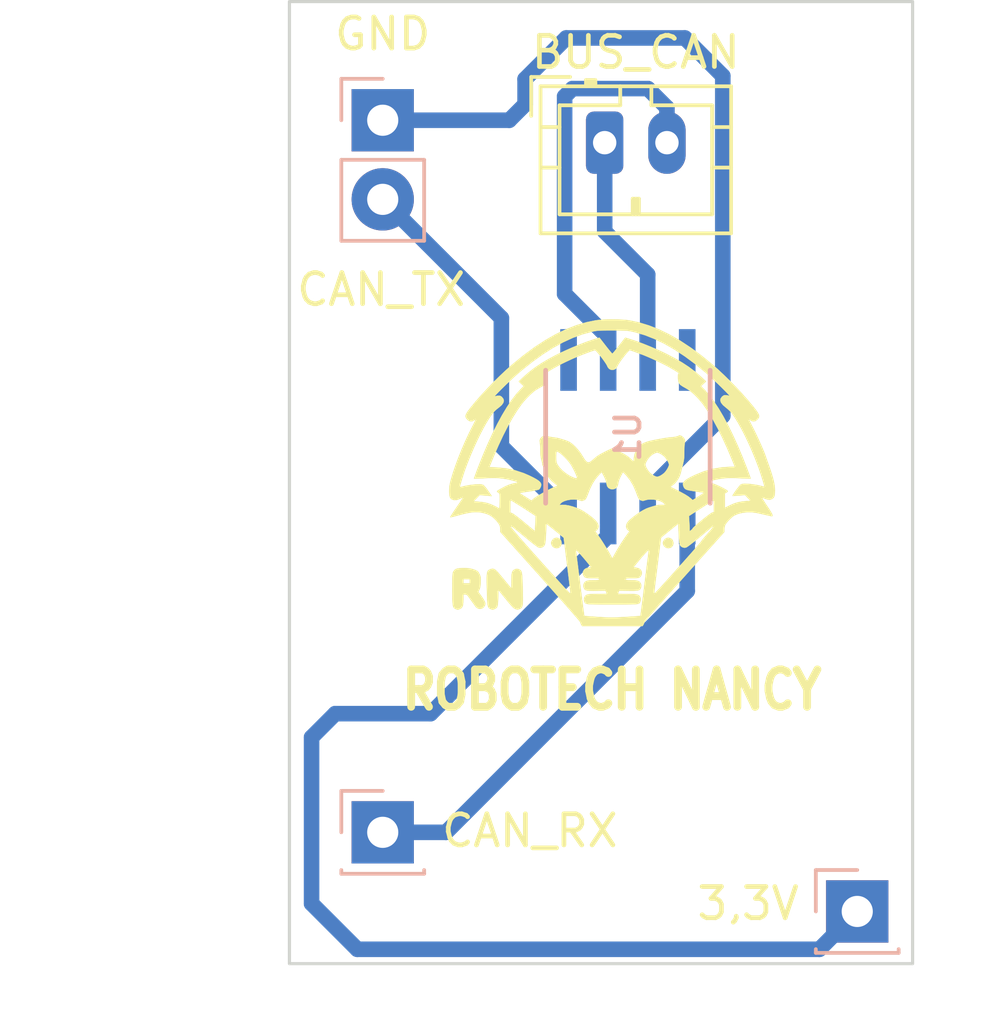
<source format=kicad_pcb>
(kicad_pcb (version 20211014) (generator pcbnew)
  (layers (0 "F.Cu" signal) (31 "B.Cu" signal) (34 "B.Paste" user) (35 "F.Paste" user) (36 "B.SilkS" user "B.Silkscreen") (37 "F.SilkS" user "F.Silkscreen") (38 "B.Mask" user) (39 "F.Mask" user) (44 "Edge.Cuts" user))
  (net 0 "")
  (net 1 "GND")
  (net 2 "CAN_RX")
  (net 3 "CAN_TX")
  (net 4 "+3V3")
  (net 6 "CAN_L")
  (net 7 "CAN_H")
  (footprint "Connector_JST:JST_PH_B2B-PH-K_1x02_P2.00mm_Vertical" (layer "F.Cu") (at 154.194 64.474)
    (fp_text reference "BUS_CAN" (at 1 -2.9) (layer "F.SilkS"))
    (fp_text value "Conn_01x02")
    (pad "1" thru_hole roundrect locked (at 0 0) (size 1.2 2) (drill 0.75) (layers *.Cu *.Mask) (roundrect_rratio 0.208333) (net 7 "CAN_H"))
    (pad "2" thru_hole oval locked (at 2 0) (size 1.2 2) (drill 0.75) (layers *.Cu *.Mask) (net 6 "CAN_L"))
  )
  (footprint "Logos:logoRobotechNancy10x10" (layer "F.Cu") (at 154.432 74.93)
    (fp_text reference "G***" hide)
    (fp_text value "LOGO" hide)
  )
  (footprint "Connector_PinSocket_2.54mm:PinSocket_1x01_P2.54mm_Vertical" (layer "B.Cu") (at 147.066 86.614 180)
    (fp_text reference "CAN_RX" (at -4.7244 0.0508) (layer "F.SilkS"))
    (fp_text value "Conn_01x01")
    (pad "1" thru_hole rect locked (at 0 0 180) (size 2 2) (drill 1) (layers *.Cu *.Mask) (net 2 "CAN_RX"))
  )
  (footprint "empreinte:SO-8_S" (layer "B.Cu") (at 154.94 73.914 90)
    (fp_text reference "U1" (at 0 0 90) (layer "B.SilkS") (effects (font (size 0.787402 0.787402)) (justify mirror)))
    (fp_text value "TCAN332")
    (pad "1" smd rect locked (at -2.4638 1.905 90) (size 1.9812 0.5334) (layers "B.Cu" "B.Paste" "B.Mask") (net 2 "CAN_RX"))
    (pad "2" smd rect locked (at -2.4638 0.635 90) (size 1.9812 0.5334) (layers "B.Cu" "B.Paste" "B.Mask") (net 1 "GND"))
    (pad "3" smd rect locked (at -2.4638 -0.635 90) (size 1.9812 0.5334) (layers "B.Cu" "B.Paste" "B.Mask") (net 4 "+3V3"))
    (pad "4" smd rect locked (at -2.4638 -1.905 90) (size 1.9812 0.5334) (layers "B.Cu" "B.Paste" "B.Mask") (net 3 "CAN_TX"))
    (pad "5" smd rect locked (at 2.4638 -1.905 90) (size 1.9812 0.5334) (layers "B.Cu" "B.Paste" "B.Mask"))
    (pad "6" smd rect locked (at 2.4638 -0.635 90) (size 1.9812 0.5334) (layers "B.Cu" "B.Paste" "B.Mask") (net 6 "CAN_L"))
    (pad "7" smd rect locked (at 2.4638 0.635 90) (size 1.9812 0.5334) (layers "B.Cu" "B.Paste" "B.Mask") (net 7 "CAN_H"))
    (pad "8" smd rect locked (at 2.4638 1.905 90) (size 1.9812 0.5334) (layers "B.Cu" "B.Paste" "B.Mask"))
  )
  (footprint "Connector_PinSocket_2.54mm:PinSocket_1x02_P2.54mm_Vertical" (layer "B.Cu") (at 147.066 63.754 180)
    (fp_text reference "GND" (at 0 2.77) (layer "F.SilkS"))
    (fp_text value "Conn_01x02")
    (pad "1" thru_hole rect locked (at 0 0 180) (size 2 2) (drill 1) (layers *.Cu *.Mask) (net 1 "GND"))
    (pad "2" thru_hole oval locked (at 0 -2.54 180) (size 2 2) (drill 1) (layers *.Cu *.Mask) (net 3 "CAN_TX"))
  )
  (footprint "Connector_PinSocket_2.54mm:PinSocket_1x01_P2.54mm_Vertical" (layer "B.Cu") (at 162.306 89.154 180)
    (fp_text reference "3,3V" (at 3.5052 0.254) (layer "F.SilkS"))
    (fp_text value "Conn_01x01")
    (pad "1" thru_hole rect locked (at 0 0 180) (size 2 2) (drill 1) (layers *.Cu *.Mask) (net 4 "+3V3"))
  )
  (gr_rect (start 144.0688 59.944) (end 164.084 90.8304) (layer "Edge.Cuts") (width 0.1) (fill none))
  (gr_text "CAN_TX\n" (at 147.0152 69.1896) (layer "F.SilkS") (effects (font (size 1 1))))
  (gr_text "ROBOTECH NANCY" (at 154.432 82.042) (layer "F.SilkS") (effects (font (size 1.2 1) (thickness 0.25))))
  (segment (start 152.9588 61.1124) (end 151.638 62.4332) (width 0.5) (layer "B.Cu") (net 1))
  (segment (start 151.638 62.4332) (end 151.638 63.246) (width 0.5) (layer "B.Cu") (net 1))
  (segment (start 155.575 75.6539) (end 157.988 73.2409) (width 0.5) (layer "B.Cu") (net 1))
  (segment (start 156.7688 61.1124) (end 152.9588 61.1124) (width 0.5) (layer "B.Cu") (net 1))
  (segment (start 151.638 63.246) (end 151.13 63.754) (width 0.5) (layer "B.Cu") (net 1))
  (segment (start 157.988 73.2409) (end 157.988 62.3316) (width 0.5) (layer "B.Cu") (net 1))
  (segment (start 157.988 62.3316) (end 156.7688 61.1124) (width 0.5) (layer "B.Cu") (net 1))
  (segment (start 151.13 63.754) (end 147.066 63.754) (width 0.5) (layer "B.Cu") (net 1))
  (segment (start 155.575 76.3778) (end 155.575 75.6539) (width 0.5) (layer "B.Cu") (net 1))
  (segment (start 147.066 86.614) (end 149.098 86.614) (width 0.5) (layer "B.Cu") (net 2))
  (segment (start 149.098 86.614) (end 156.845 78.867) (width 0.5) (layer "B.Cu") (net 2))
  (segment (start 156.845 78.867) (end 156.845 76.3778) (width 0.5) (layer "B.Cu") (net 2))
  (segment (start 150.876 70.104) (end 150.876 74.2188) (width 0.5) (layer "B.Cu") (net 3))
  (segment (start 147.066 66.294) (end 150.876 70.104) (width 0.5) (layer "B.Cu") (net 3))
  (segment (start 150.876 74.2188) (end 153.035 76.3778) (width 0.5) (layer "B.Cu") (net 3))
  (segment (start 148.6027 82.804) (end 154.305 77.1017) (width 0.5) (layer "B.Cu") (net 4))
  (segment (start 144.78 83.566) (end 145.542 82.804) (width 0.5) (layer "B.Cu") (net 4))
  (segment (start 144.78 88.9) (end 144.78 83.566) (width 0.5) (layer "B.Cu") (net 4))
  (segment (start 154.305 77.1017) (end 154.305 76.3778) (width 0.5) (layer "B.Cu") (net 4))
  (segment (start 162.306 89.154) (end 161.091489 90.368511) (width 0.5) (layer "B.Cu") (net 4))
  (segment (start 161.091489 90.368511) (end 146.248511 90.368511) (width 0.5) (layer "B.Cu") (net 4))
  (segment (start 146.248511 90.368511) (end 144.78 88.9) (width 0.5) (layer "B.Cu") (net 4))
  (segment (start 145.542 82.804) (end 148.6027 82.804) (width 0.5) (layer "B.Cu") (net 4))
  (segment (start 155.583 62.738) (end 153.162 62.738) (width 0.5) (layer "B.Cu") (net 6))
  (segment (start 156.194 64.474) (end 156.194 63.349) (width 0.5) (layer "B.Cu") (net 6))
  (segment (start 152.908 69.3293) (end 154.305 70.7263) (width 0.5) (layer "B.Cu") (net 6))
  (segment (start 154.305 70.7263) (end 154.305 71.4502) (width 0.5) (layer "B.Cu") (net 6))
  (segment (start 156.194 63.349) (end 155.583 62.738) (width 0.5) (layer "B.Cu") (net 6))
  (segment (start 153.162 62.738) (end 152.908 62.992) (width 0.5) (layer "B.Cu") (net 6))
  (segment (start 152.908 62.992) (end 152.908 69.3293) (width 0.5) (layer "B.Cu") (net 6))
  (segment (start 154.194 67.326) (end 155.575 68.707) (width 0.5) (layer "B.Cu") (net 7))
  (segment (start 155.575 68.707) (end 155.575 71.4502) (width 0.5) (layer "B.Cu") (net 7))
  (segment (start 154.194 64.474) (end 154.194 67.326) (width 0.5) (layer "B.Cu") (net 7))
)
</source>
